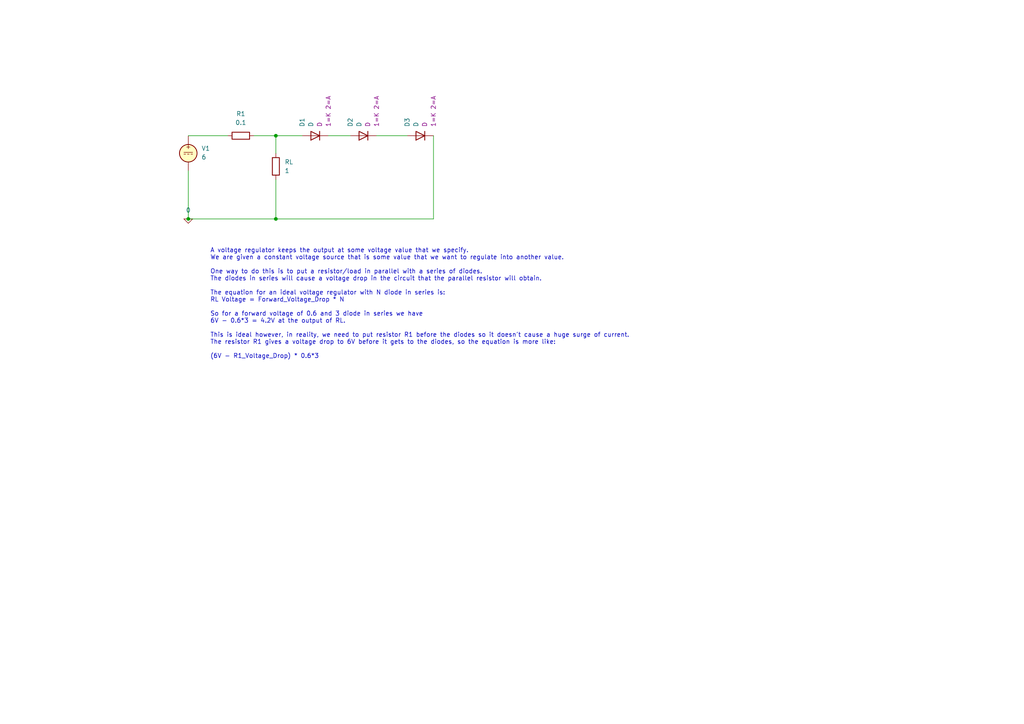
<source format=kicad_sch>
(kicad_sch (version 20230121) (generator eeschema)
  (paper "A4")
  (lib_symbols
    (symbol "Device:R" (pin_numbers hide) (pin_names (offset 0))
      (property "Reference" "R" (at 2.032 0 90))
      (property "Value" "R" (at 0 0 90))
      (symbol "R_0_1"
        (rectangle (start -1.016 -2.54) (end 1.016 2.54) (stroke (width 0.254)))
      )
      (symbol "R_1_1"
        (pin passive line (at 0 3.81 270) (length 1.27) (name "~") (number "1"))
        (pin passive line (at 0 -3.81 90) (length 1.27) (name "~") (number "2"))
      )
    )
    (symbol "Simulation_SPICE:0" (power) (pin_names (offset 0))
      (property "Value" "0" (at 0 -1.778 0))
      (symbol "0_0_1"
        (polyline (pts (xy -1.27 0) (xy 0 -1.27) (xy 1.27 0) (xy -1.27 0)))
      )
      (symbol "0_1_1"
        (pin power_in line (at 0 0 0) (length 0) hide (name "0") (number "1"))
      )
    )
    (symbol "Simulation_SPICE:D" (pin_numbers hide) (pin_names (offset 1.016) hide)
      (property "Reference" "D" (at 0 2.54 0))
      (property "Value" "D" (at 0 -2.54 0))
      (property "Sim.Device" "D" (at 0 0 0))
      (property "Sim.Pins" "1=K 2=A" (at 0 0 0))
      (symbol "D_0_1"
        (polyline (pts (xy -1.27 1.27) (xy -1.27 -1.27)) (stroke (width 0.254)))
        (polyline (pts (xy 1.27 0) (xy -1.27 0)))
        (polyline (pts (xy 1.27 1.27) (xy 1.27 -1.27) (xy -1.27 0) (xy 1.27 1.27)) (stroke (width 0.254)))
      )
      (symbol "D_1_1"
        (pin passive line (at -3.81 0 0) (length 2.54) (name "K") (number "1"))
        (pin passive line (at 3.81 0 180) (length 2.54) (name "A") (number "2"))
      )
    )
    (symbol "Simulation_SPICE:VDC" (pin_numbers hide) (pin_names (offset 0.0254))
      (property "Reference" "V" (at 2.54 2.54 0))
      (property "Value" "1" (at 2.54 0 0))
      (symbol "VDC_0_0"
        (polyline (pts (xy -1.27 0.254) (xy 1.27 0.254)))
        (polyline (pts (xy -0.762 -0.254) (xy -1.27 -0.254)))
        (polyline (pts (xy 0.254 -0.254) (xy -0.254 -0.254)))
        (polyline (pts (xy 1.27 -0.254) (xy 0.762 -0.254)))
        (text "+" (at 0 1.905 0) (effects (font (size 1.27 1.27))))
      )
      (symbol "VDC_0_1"
        (circle (center 0 0) (radius 2.54) (stroke (width 0.254)) (fill (type background)))
      )
      (symbol "VDC_1_1"
        (pin passive line (at 0 5.08 270) (length 2.54) (name "~") (number "1"))
        (pin passive line (at 0 -5.08 90) (length 2.54) (name "~") (number "2"))
      )
    )
  )
  (junction (at 54.61 63.5))
  (junction (at 80.01 63.5))
  (junction (at 80.01 39.37))
  (wire (pts (xy 80.01 63.5) (xy 125.73 63.5)))
  (wire (pts (xy 54.61 49.53) (xy 54.61 63.5)))
  (wire (pts (xy 73.66 39.37) (xy 80.01 39.37)))
  (wire (pts (xy 109.22 39.37) (xy 118.11 39.37)))
  (wire (pts (xy 80.01 52.07) (xy 80.01 63.5)))
  (wire (pts (xy 125.73 39.37) (xy 125.73 63.5)))
  (wire (pts (xy 80.01 39.37) (xy 87.63 39.37)))
  (wire (pts (xy 54.61 39.37) (xy 66.04 39.37)))
  (wire (pts (xy 54.61 63.5) (xy 80.01 63.5)))
  (wire (pts (xy 95.25 39.37) (xy 101.6 39.37)))
  (wire (pts (xy 80.01 39.37) (xy 80.01 44.45)))
  (text "A voltage regulator keeps the output at some voltage value that we specify.\nWe are given a constant voltage source that is some value that we want to regulate into another value.\n\nOne way to do this is to put a resistor/load in parallel with a series of diodes.\nThe diodes in series will cause a voltage drop in the circuit that the parallel resistor will obtain.\n\nThe equation for an ideal voltage regulator with N diode in series is:\nRL Voltage = Forward_Voltage_Drop * N\n\nSo for a forward voltage of 0.6 and 3 diode in series we have\n6V - 0.6*3 = 4.2V at the output of RL.\n\nThis is ideal however, in reality, we need to put resistor R1 before the diodes so it doesn't cause a huge surge of current.\nThe resistor R1 gives a voltage drop to 6V before it gets to the diodes, so the equation is more like:\n\n(6V - R1_Voltage_Drop) * 0.6*3" (at 60.96 104.14 0) (effects (font (size 1.27 1.27)) (justify left bottom)))
  (symbol (lib_id "Simulation_SPICE:VDC") (at 54.61 44.45 0) (unit 1)
    (property "Reference" "V1" (at 58.42 43.0502 0) (effects (justify left)))
    (property "Value" "6" (at 58.42 45.5902 0) (effects (justify left)))
    (property "Sim.Pins" "1=+ 2=-" (effects hide))
    (property "Sim.Type" "DC" (effects hide))
    (property "Sim.Device" "V" (effects hide))
  )
  (symbol (lib_id "Simulation_SPICE:D") (at 91.44 39.37 180) (unit 1)
    (property "Reference" "D1" (at 87.63 36.83 90) (effects (justify right)))
    (property "Value" "D" (at 90.17 36.83 90) (effects (justify right)))
    (property "Sim.Device" "D" (at 92.71 36.83 90) (effects (justify right)))
    (property "Sim.Pins" "1=K 2=A" (at 95.25 36.83 90) (effects (justify right)))
  )
  (symbol (lib_id "Device:R") (at 69.85 39.37 90) (unit 1)
    (property "Reference" "R1" (at 69.85 33.02 90))
    (property "Value" "0.1" (at 69.85 35.56 90))
  )
  (symbol (lib_id "Simulation_SPICE:D") (at 121.92 39.37 180) (unit 1)
    (property "Reference" "D3" (at 118.11 36.83 90) (effects (justify right)))
    (property "Value" "D" (at 120.65 36.83 90) (effects (justify right)))
    (property "Sim.Device" "D" (at 123.19 36.83 90) (effects (justify right)))
    (property "Sim.Pins" "1=K 2=A" (at 125.73 36.83 90) (effects (justify right)))
  )
  (symbol (lib_id "Device:R") (at 80.01 48.26 0) (unit 1)
    (property "Reference" "RL" (at 82.55 46.99 0) (effects (justify left)))
    (property "Value" "1" (at 82.55 49.53 0) (effects (justify left)))
  )
  (symbol (lib_id "Simulation_SPICE:0") (at 54.61 63.5 0) (unit 1)
    (property "Reference" "#GND01" (effects hide))
    (property "Value" "0" (at 54.61 60.96 0))
  )
  (symbol (lib_id "Simulation_SPICE:D") (at 105.41 39.37 180) (unit 1)
    (property "Reference" "D2" (at 101.6 36.83 90) (effects (justify right)))
    (property "Value" "D" (at 104.14 36.83 90) (effects (justify right)))
    (property "Sim.Device" "D" (at 106.68 36.83 90) (effects (justify right)))
    (property "Sim.Pins" "1=K 2=A" (at 109.22 36.83 90) (effects (justify right)))
  )
)
</source>
